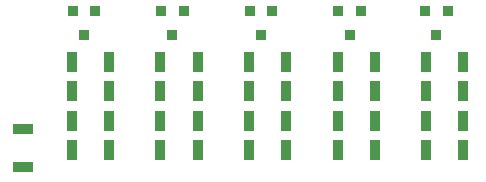
<source format=gtp>
%FSLAX33Y33*%
%MOMM*%
%AMRect-W800000-H900000-RO1.000*
21,1,0.8,0.9,0.,0.,180*%
%AMRect-W820710-H1670710-RO1.000*
21,1,0.82071,1.67071,0.,0.,180*%
%AMRect-W820710-H1670710-RO1.500*
21,1,0.82071,1.67071,0.,0.,90*%
%ADD10Rect-W800000-H900000-RO1.000*%
%ADD11R,0.82071X1.67071*%
%ADD12Rect-W820710-H1670710-RO1.000*%
%ADD13Rect-W820710-H1670710-RO1.500*%
D10*
%LNtop paste_traces*%
%LNtop paste component 05d2d36842009d63*%
G01*
X15135Y14285D03*
X13235Y14285D03*
X14185Y12285D03*
%LNtop paste component 822d2e54c25a04ce*%
D11*
X20675Y10000D03*
X23825Y10000D03*
%LNtop paste component 5790a80edc5a0cfb*%
X5675Y2500D03*
X8825Y2500D03*
%LNtop paste component 8f47c0f87a48434a*%
X13175Y10000D03*
X16325Y10000D03*
%LNtop paste component 41bb835b16e20d78*%
X20675Y5000D03*
X23825Y5000D03*
%LNtop paste component 7dcfd0ba6a5a263a*%
X5675Y5000D03*
X8825Y5000D03*
%LNtop paste component b5f8715c32184e16*%
D10*
X37485Y14285D03*
X35585Y14285D03*
X36535Y12285D03*
%LNtop paste component 2a257863ed8e7bb5*%
D11*
X13175Y5000D03*
X16325Y5000D03*
%LNtop paste component 25cd0881f7f84887*%
X35675Y10000D03*
X38825Y10000D03*
%LNtop paste component cc4562fc70e2dc54*%
D12*
X23825Y7500D03*
X20675Y7500D03*
%LNtop paste component 11c3ea52300c4394*%
D11*
X20675Y2500D03*
X23825Y2500D03*
%LNtop paste component c185fbd77206e2e9*%
X28175Y5000D03*
X31325Y5000D03*
%LNtop paste component fb552f706cb5b883*%
D12*
X31325Y7500D03*
X28175Y7500D03*
%LNtop paste component 32ce1469a01fd207*%
X8825Y7500D03*
X5675Y7500D03*
%LNtop paste component 810d07a0d8483d25*%
D11*
X13175Y2500D03*
X16325Y2500D03*
%LNtop paste component 291e9fd76b66e9cf*%
D10*
X30135Y14285D03*
X28235Y14285D03*
X29185Y12285D03*
%LNtop paste component f3abb73a7aa5f313*%
D11*
X28175Y10000D03*
X31325Y10000D03*
%LNtop paste component 33285f67f051bd9b*%
X35675Y2500D03*
X38825Y2500D03*
%LNtop paste component ba19ab7b144902aa*%
D12*
X38825Y7500D03*
X35675Y7500D03*
%LNtop paste component a90bda53b775e81a*%
X16325Y7500D03*
X13175Y7500D03*
%LNtop paste component f381318732445cbf*%
D11*
X35675Y5000D03*
X38825Y5000D03*
%LNtop paste component 210a273ce5ceec44*%
D13*
X1500Y1125D03*
X1500Y4275D03*
%LNtop paste component f74f637f440bfcb7*%
D10*
X22635Y14285D03*
X20735Y14285D03*
X21685Y12285D03*
%LNtop paste component 01dbd6e6fffea23b*%
D11*
X28175Y2500D03*
X31325Y2500D03*
%LNtop paste component 3f41ef9e9d047ec7*%
X5675Y10000D03*
X8825Y10000D03*
%LNtop paste component 86bc5d89f9f877d3*%
D10*
X7635Y14285D03*
X5735Y14285D03*
X6685Y12285D03*
M02*
</source>
